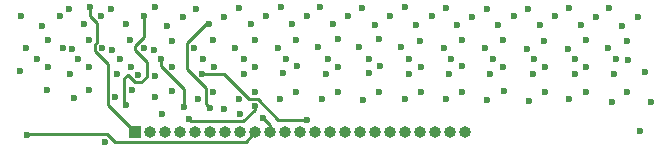
<source format=gbr>
%TF.GenerationSoftware,KiCad,Pcbnew,8.0.8-2.fc41*%
%TF.CreationDate,2025-02-01T06:38:30+00:00*%
%TF.ProjectId,small_led_a,736d616c-6c5f-46c6-9564-5f612e6b6963,rev?*%
%TF.SameCoordinates,Original*%
%TF.FileFunction,Copper,L3,Inr*%
%TF.FilePolarity,Positive*%
%FSLAX46Y46*%
G04 Gerber Fmt 4.6, Leading zero omitted, Abs format (unit mm)*
G04 Created by KiCad (PCBNEW 8.0.8-2.fc41) date 2025-02-01 06:38:30*
%MOMM*%
%LPD*%
G01*
G04 APERTURE LIST*
%TA.AperFunction,ComponentPad*%
%ADD10R,1.000000X1.000000*%
%TD*%
%TA.AperFunction,ComponentPad*%
%ADD11O,1.000000X1.000000*%
%TD*%
%TA.AperFunction,ViaPad*%
%ADD12C,0.600000*%
%TD*%
%TA.AperFunction,Conductor*%
%ADD13C,0.250000*%
%TD*%
G04 APERTURE END LIST*
D10*
%TO.N,a*%
%TO.C,J1*%
X71760000Y-63400000D03*
D11*
%TO.N,b*%
X73030000Y-63400000D03*
%TO.N,c*%
X74300000Y-63400000D03*
%TO.N,d*%
X75570000Y-63400000D03*
%TO.N,e*%
X76840000Y-63400000D03*
%TO.N,f*%
X78110000Y-63400000D03*
%TO.N,g*%
X79380000Y-63400000D03*
%TO.N,h*%
X80650000Y-63400000D03*
%TO.N,k1*%
X81920000Y-63400000D03*
%TO.N,k2*%
X83190000Y-63400000D03*
%TO.N,k3*%
X84460000Y-63400000D03*
%TO.N,k4*%
X85730000Y-63400000D03*
%TO.N,k5*%
X87000000Y-63400000D03*
%TO.N,k6*%
X88270000Y-63400000D03*
%TO.N,k7*%
X89540000Y-63400000D03*
%TO.N,k8*%
X90810000Y-63400000D03*
%TO.N,k9*%
X92080000Y-63400000D03*
%TO.N,k10*%
X93350000Y-63400000D03*
%TO.N,k11*%
X94620000Y-63400000D03*
%TO.N,k12*%
X95890000Y-63400000D03*
%TO.N,k13*%
X97160000Y-63400000D03*
%TO.N,k14*%
X98430000Y-63400000D03*
%TO.N,k15*%
X99700000Y-63400000D03*
%TD*%
D12*
%TO.N,a*%
X67950000Y-52800000D03*
%TO.N,b*%
X71000000Y-61050000D03*
%TO.N,k4*%
X74050000Y-61850000D03*
%TO.N,e*%
X75850000Y-61250000D03*
%TO.N,f*%
X78050000Y-61300000D03*
%TO.N,g*%
X79250000Y-61450000D03*
%TO.N,k1*%
X62600000Y-63650000D03*
%TO.N,k2*%
X82550000Y-62150000D03*
%TO.N,k5*%
X86293058Y-62306942D03*
%TO.N,k3*%
X69150000Y-64200000D03*
%TO.N,k4*%
X76300000Y-62300000D03*
X81850000Y-61200000D03*
%TO.N,k15*%
X114900000Y-58250000D03*
X114450000Y-63300000D03*
%TO.N,k4*%
X73450000Y-52800000D03*
%TO.N,k5*%
X76900000Y-52950000D03*
%TO.N,k6*%
X80500000Y-52900000D03*
%TO.N,k7*%
X84050000Y-52800000D03*
%TO.N,k8*%
X87400000Y-52800000D03*
%TO.N,k9*%
X90950000Y-52850000D03*
%TO.N,k10*%
X94550000Y-52800000D03*
%TO.N,k11*%
X98100000Y-52850000D03*
%TO.N,k12*%
X101500000Y-52984753D03*
%TO.N,k13*%
X105000000Y-52925000D03*
%TO.N,k14*%
X108500000Y-52900000D03*
%TO.N,k15*%
X111900000Y-52900000D03*
%TO.N,k5*%
X76750000Y-56275352D03*
X77400000Y-58450000D03*
%TO.N,k6*%
X80200000Y-56218660D03*
X80950000Y-58450000D03*
%TO.N,k7*%
X83850000Y-56213261D03*
X84250000Y-58399999D03*
%TO.N,k8*%
X87250000Y-56166115D03*
X87900000Y-58450000D03*
%TO.N,k9*%
X90700000Y-56200000D03*
X91550000Y-58399999D03*
%TO.N,k10*%
X94250000Y-56150000D03*
X94900000Y-58449999D03*
%TO.N,k11*%
X97850000Y-56252394D03*
X98350000Y-58424999D03*
%TO.N,k12*%
X101400000Y-56234115D03*
X101750000Y-58442500D03*
%TO.N,k13*%
X104900000Y-56313293D03*
X105400000Y-58449999D03*
%TO.N,k14*%
X108350000Y-56313293D03*
X108950000Y-58450000D03*
%TO.N,k15*%
X111750000Y-56250000D03*
X112300000Y-58450000D03*
%TO.N,k4*%
X73400000Y-58600000D03*
X73350000Y-56435000D03*
%TO.N,h*%
X80650000Y-61800000D03*
%TO.N,k3*%
X72000000Y-58501132D03*
X72450000Y-56250000D03*
X70200000Y-58449999D03*
X69750000Y-56400000D03*
X69700000Y-52925000D03*
%TO.N,k2*%
X66263866Y-58449999D03*
X66158949Y-52925000D03*
X66389216Y-56356506D03*
X68950000Y-56250000D03*
%TO.N,k1*%
X61950000Y-58200000D03*
X62100000Y-53500000D03*
X62500000Y-56250000D03*
X65600000Y-56225581D03*
%TO.N,h*%
X66550000Y-60450000D03*
X70050000Y-60425000D03*
X73450000Y-60425000D03*
X77100000Y-60525000D03*
X80500000Y-60575000D03*
X84000000Y-60575000D03*
X87600000Y-60575000D03*
X91050000Y-60625000D03*
X94550000Y-60575000D03*
X98100000Y-60575000D03*
X101500000Y-60650000D03*
X105100000Y-60700000D03*
X108500000Y-60575000D03*
X112150000Y-60800000D03*
X115450000Y-60800000D03*
%TO.N,d*%
X113400000Y-59950000D03*
X109900000Y-59950000D03*
X106400000Y-59950000D03*
X102950000Y-59900000D03*
X99450000Y-59950000D03*
X95950000Y-59950000D03*
X92400000Y-59950000D03*
X88950000Y-60000000D03*
X85400000Y-59950000D03*
X81900000Y-59950000D03*
X78350000Y-59950000D03*
X74900000Y-59900000D03*
X71450000Y-59800000D03*
X67850000Y-59800000D03*
X64250000Y-59800000D03*
%TO.N,c*%
X64366549Y-57824999D03*
X67868326Y-57825000D03*
X71372061Y-57824999D03*
X74868327Y-57825000D03*
X78386550Y-57825000D03*
X81918326Y-57825000D03*
X85437119Y-57774999D03*
X88918327Y-57825000D03*
X92448537Y-57774999D03*
X95937119Y-57824999D03*
X99452667Y-57799999D03*
X102900000Y-57817500D03*
X106448537Y-57824999D03*
X109948538Y-57825000D03*
X113450000Y-57300000D03*
%TO.N,e*%
X112450000Y-57200000D03*
X108950000Y-57200000D03*
X105500000Y-57200000D03*
X101995554Y-57192500D03*
X98450000Y-57175000D03*
X94950000Y-57200000D03*
X91500000Y-57150000D03*
X88050000Y-57200000D03*
X84500000Y-57150000D03*
X80950000Y-57200000D03*
X77450000Y-57200000D03*
X73900000Y-57200000D03*
X70450000Y-57200000D03*
X66900000Y-57200000D03*
X63400000Y-57200000D03*
%TO.N,g*%
X113382369Y-55678134D03*
X109880001Y-55599122D03*
X106383466Y-55688293D03*
X102880001Y-55599122D03*
X99380001Y-55609115D03*
X95880415Y-55627394D03*
X92380001Y-55522457D03*
X88880001Y-55526222D03*
X85380001Y-55541115D03*
X81880689Y-55588261D03*
X78351344Y-55593660D03*
X74837863Y-55650352D03*
X71330189Y-55585770D03*
X67831477Y-55600429D03*
X64331901Y-55600581D03*
%TO.N,b*%
X114280000Y-53650000D03*
X110800000Y-53600000D03*
X107300000Y-53550000D03*
X103800000Y-53550000D03*
X100280000Y-53609753D03*
X96850000Y-53550000D03*
X93300000Y-53550000D03*
X89800000Y-53550000D03*
X86280000Y-53550000D03*
X82850000Y-53550000D03*
X79300000Y-53600000D03*
X75750000Y-53600000D03*
X72450000Y-53550000D03*
X68850000Y-53550000D03*
X65400000Y-53550000D03*
%TO.N,f*%
X113000000Y-54350000D03*
X109509979Y-54304795D03*
X106000000Y-54300000D03*
X102460173Y-54322511D03*
X99000000Y-54300000D03*
X95500000Y-54300000D03*
X92021191Y-54261781D03*
X88474484Y-54246866D03*
X84996974Y-54227753D03*
X81545672Y-54258160D03*
X78016987Y-54253855D03*
X74450000Y-54400000D03*
X70941949Y-54246053D03*
X67424312Y-54246968D03*
X63850000Y-54400000D03*
%TD*%
D13*
%TO.N,a*%
X68550000Y-54133884D02*
X67950000Y-53533884D01*
X68550000Y-55765790D02*
X68550000Y-54133884D01*
X68325000Y-55990790D02*
X68550000Y-55765790D01*
X68325000Y-56508884D02*
X68325000Y-55990790D01*
X69425000Y-57608884D02*
X68325000Y-56508884D01*
X67950000Y-53533884D02*
X67950000Y-52800000D01*
X69425000Y-61065000D02*
X69425000Y-57608884D01*
X71760000Y-63400000D02*
X69425000Y-61065000D01*
%TO.N,b*%
X71000000Y-61050000D02*
X70825000Y-60875000D01*
X70825000Y-60875000D02*
X70825000Y-58786370D01*
X72708884Y-57392768D02*
X71749922Y-56433806D01*
X70825000Y-58786370D02*
X71113177Y-58498193D01*
X71113177Y-58498193D02*
X71741116Y-59126132D01*
X72258884Y-59126132D02*
X72708884Y-58676132D01*
X71741116Y-59126132D02*
X72258884Y-59126132D01*
X71749922Y-56049921D02*
X72450000Y-55349843D01*
X72708884Y-58676132D02*
X72708884Y-57392768D01*
X71749922Y-56433806D02*
X71749922Y-56049921D01*
X72450000Y-55349843D02*
X72450000Y-53550000D01*
%TO.N,e*%
X75850000Y-61250000D02*
X75850000Y-59690557D01*
X75850000Y-59690557D02*
X73900000Y-57740557D01*
X73900000Y-57740557D02*
X73900000Y-57200000D01*
%TO.N,f*%
X78050000Y-61300000D02*
X77725000Y-60975000D01*
X77725000Y-60975000D02*
X77725000Y-59658884D01*
X76125000Y-58058884D02*
X76125000Y-55825000D01*
X77725000Y-59658884D02*
X76125000Y-58058884D01*
X76125000Y-55825000D02*
X77696145Y-54253855D01*
X77696145Y-54253855D02*
X78016987Y-54253855D01*
%TO.N,k1*%
X62700000Y-63550000D02*
X62600000Y-63650000D01*
X69383884Y-63550000D02*
X62700000Y-63550000D01*
X70058884Y-64225000D02*
X69383884Y-63550000D01*
X81095000Y-64225000D02*
X70058884Y-64225000D01*
X81920000Y-63400000D02*
X81095000Y-64225000D01*
%TO.N,k2*%
X83190000Y-62790000D02*
X82550000Y-62150000D01*
X83190000Y-63400000D02*
X83190000Y-62790000D01*
%TO.N,k5*%
X86293058Y-62306942D02*
X83840826Y-62306942D01*
X83840826Y-62306942D02*
X82108884Y-60575000D01*
X82108884Y-60575000D02*
X81383884Y-60575000D01*
X81383884Y-60575000D02*
X79258884Y-58450000D01*
X79258884Y-58450000D02*
X77400000Y-58450000D01*
%TO.N,k4*%
X76425000Y-62425000D02*
X76300000Y-62300000D01*
X80908884Y-62425000D02*
X76425000Y-62425000D01*
X81850000Y-61483884D02*
X80908884Y-62425000D01*
X81850000Y-61200000D02*
X81850000Y-61483884D01*
%TD*%
M02*

</source>
